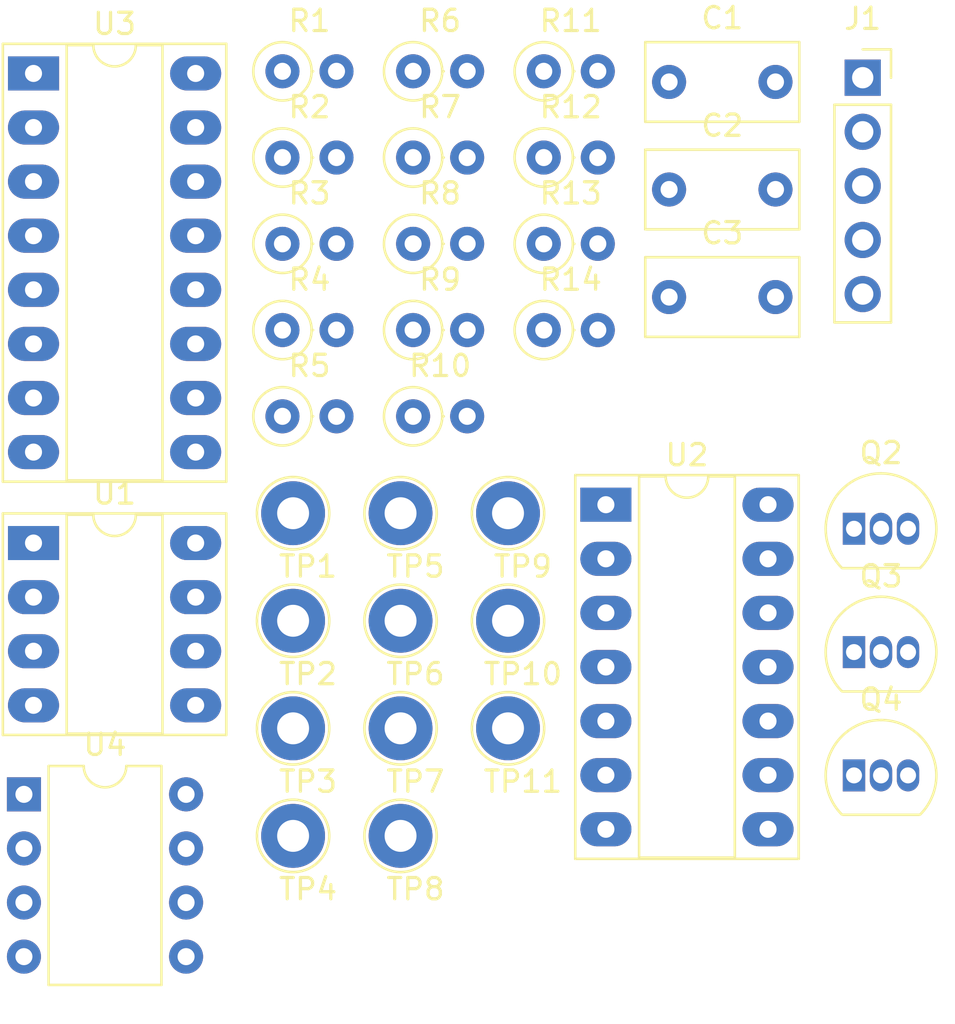
<source format=kicad_pcb>
(kicad_pcb (version 20221018) (generator pcbnew)
  (layers (0 "F.Cu" signal) (31 "B.Cu" signal) (34 "B.Paste" user) (35 "F.Paste" user) (36 "B.SilkS" user "B.Silkscreen") (37 "F.SilkS" user "F.Silkscreen") (38 "B.Mask" user) (39 "F.Mask" user) (44 "Edge.Cuts" user))
  (net 0 "")
  (net 1 "Net-(Q4-C)")
  (net 2 "GND")
  (net 3 "Net-(U4-THR)")
  (net 4 "Net-(U4-CV)")
  (net 5 "/C")
  (net 6 "/B")
  (net 7 "Net-(Q2-E)")
  (net 8 "Net-(Q3-C)")
  (net 9 "Net-(Q4-B)")
  (net 10 "Net-(U3-BIT_5)")
  (net 11 "+5V")
  (net 12 "Net-(U3-BIT_4)")
  (net 13 "Net-(U3-BIT_3)")
  (net 14 "Net-(U3-BIT_2)")
  (net 15 "Net-(U3-BIT_1)")
  (net 16 "Net-(U2B-CP)")
  (net 17 "Net-(U1A--)")
  (net 18 "Clock")
  (net 19 "Net-(U1B--)")
  (net 20 "Stair")
  (net 21 "Net-(U2A-Q0)")
  (net 22 "Net-(U2A-Q1)")
  (net 23 "Net-(U2A-Q2)")
  (net 24 "Net-(U2A-Q3)")
  (footprint "Resistor_THT:R_Axial_DIN0207_L6.3mm_D2.5mm_P2.54mm_Vertical" (layer "F.Cu") (at 145.715 85.275)
    (fp_text reference "R13" (at 1.27 -2.37) (layer "F.SilkS"))
    (fp_text value "220k")
    (fp_line (start 1.37 0) (end 1.44 0) (stroke (width 0.12)) (layer "F.SilkS"))
    (fp_circle (center 0 0) (end 1.37 0) (stroke (width 0.12)) (fill none) (layer "F.SilkS"))
    (pad "1" thru_hole circle (at 0 0) (size 1.6 1.6) (drill 0.8) (layers "*.Cu" "*.Mask") (net 11 "+5V"))
    (pad "2" thru_hole oval (at 2.54 0) (size 1.6 1.6) (drill 0.8) (layers "*.Cu" "*.Mask") (net 3 "Net-(U4-THR)"))
  )
  (footprint "Package_TO_SOT_THT:TO-92_Inline" (layer "F.Cu") (at 160.295 104.445)
    (fp_text reference "Q3" (at 1.27 -3.56) (layer "F.SilkS"))
    (fp_text value "2N3905")
    (fp_line (start -0.53 1.85) (end 3.07 1.85) (stroke (width 0.12)) (layer "F.SilkS"))
    (fp_arc (start -0.568478 1.838478) (mid -1.132087 -0.994977) (end 1.27 -2.6) (stroke (width 0.12)) (layer "F.SilkS"))
    (fp_arc (start 1.27 -2.6) (mid 3.672087 -0.994977) (end 3.108478 1.838478) (stroke (width 0.12)) (layer "F.SilkS"))
    (pad "1" thru_hole rect (at 0 0) (size 1.05 1.5) (drill 0.75) (layers "*.Cu" "*.Mask") (net 7 "Net-(Q2-E)"))
    (pad "2" thru_hole oval (at 1.27 0) (size 1.05 1.5) (drill 0.75) (layers "*.Cu" "*.Mask") (net 5 "/C"))
    (pad "3" thru_hole oval (at 2.54 0) (size 1.05 1.5) (drill 0.75) (layers "*.Cu" "*.Mask") (net 8 "Net-(Q3-C)"))
  )
  (footprint "Resistor_THT:R_Axial_DIN0207_L6.3mm_D2.5mm_P2.54mm_Vertical" (layer "F.Cu") (at 139.575 81.225)
    (fp_text reference "R7" (at 1.27 -2.37) (layer "F.SilkS"))
    (fp_text value "100k")
    (fp_line (start 1.37 0) (end 1.44 0) (stroke (width 0.12)) (layer "F.SilkS"))
    (fp_circle (center 0 0) (end 1.37 0) (stroke (width 0.12)) (fill none) (layer "F.SilkS"))
    (pad "1" thru_hole circle (at 0 0) (size 1.6 1.6) (drill 0.8) (layers "*.Cu" "*.Mask") (net 17 "Net-(U1A--)"))
    (pad "2" thru_hole oval (at 2.54 0) (size 1.6 1.6) (drill 0.8) (layers "*.Cu" "*.Mask") (net 6 "/B"))
  )
  (footprint "Resistor_THT:R_Axial_DIN0207_L6.3mm_D2.5mm_P2.54mm_Vertical" (layer "F.Cu") (at 145.715 77.175)
    (fp_text reference "R11" (at 1.27 -2.37) (layer "F.SilkS"))
    (fp_text value "10k")
    (fp_line (start 1.37 0) (end 1.44 0) (stroke (width 0.12)) (layer "F.SilkS"))
    (fp_circle (center 0 0) (end 1.37 0) (stroke (width 0.12)) (fill none) (layer "F.SilkS"))
    (pad "1" thru_hole circle (at 0 0) (size 1.6 1.6) (drill 0.8) (layers "*.Cu" "*.Mask") (net 7 "Net-(Q2-E)"))
    (pad "2" thru_hole oval (at 2.54 0) (size 1.6 1.6) (drill 0.8) (layers "*.Cu" "*.Mask") (net 19 "Net-(U1B--)"))
  )
  (footprint "Package_TO_SOT_THT:TO-92_Inline" (layer "F.Cu") (at 160.295 110.235)
    (fp_text reference "Q4" (at 1.27 -3.56) (layer "F.SilkS"))
    (fp_text value "PN2222A")
    (fp_line (start -0.53 1.85) (end 3.07 1.85) (stroke (width 0.12)) (layer "F.SilkS"))
    (fp_arc (start -0.568478 1.838478) (mid -1.132087 -0.994977) (end 1.27 -2.6) (stroke (width 0.12)) (layer "F.SilkS"))
    (fp_arc (start 1.27 -2.6) (mid 3.672087 -0.994977) (end 3.108478 1.838478) (stroke (width 0.12)) (layer "F.SilkS"))
    (pad "1" thru_hole rect (at 0 0) (size 1.05 1.5) (drill 0.75) (layers "*.Cu" "*.Mask") (net 2 "GND"))
    (pad "2" thru_hole oval (at 1.27 0) (size 1.05 1.5) (drill 0.75) (layers "*.Cu" "*.Mask") (net 9 "Net-(Q4-B)"))
    (pad "3" thru_hole oval (at 2.54 0) (size 1.05 1.5) (drill 0.75) (layers "*.Cu" "*.Mask") (net 1 "Net-(Q4-C)"))
  )
  (footprint "TestPoint:TestPoint_Loop_D2.54mm_Drill1.5mm_Beaded" (layer "F.Cu") (at 133.935 113.075)
    (fp_text reference "TP4" (at 0.7 2.5) (layer "F.SilkS"))
    (fp_text value "X")
    (fp_circle (center 0 0) (end 1.7 0) (stroke (width 0.12)) (fill none) (layer "F.SilkS"))
    (pad "1" thru_hole circle (at 0 0) (size 3 3) (drill 1.5) (layers "*.Cu" "*.Mask") (net 5 "/C"))
  )
  (footprint "Resistor_THT:R_Axial_DIN0207_L6.3mm_D2.5mm_P2.54mm_Vertical" (layer "F.Cu") (at 145.715 81.225)
    (fp_text reference "R12" (at 1.27 -2.37) (layer "F.SilkS"))
    (fp_text value "2k")
    (fp_line (start 1.37 0) (end 1.44 0) (stroke (width 0.12)) (layer "F.SilkS"))
    (fp_circle (center 0 0) (end 1.37 0) (stroke (width 0.12)) (fill none) (layer "F.SilkS"))
    (pad "1" thru_hole circle (at 0 0) (size 1.6 1.6) (drill 0.8) (layers "*.Cu" "*.Mask") (net 2 "GND"))
    (pad "2" thru_hole oval (at 2.54 0) (size 1.6 1.6) (drill 0.8) (layers "*.Cu" "*.Mask") (net 19 "Net-(U1B--)"))
  )
  (footprint "TestPoint:TestPoint_Loop_D2.54mm_Drill1.5mm_Beaded" (layer "F.Cu") (at 144.035 97.925)
    (fp_text reference "TP9" (at 0.7 2.5) (layer "F.SilkS"))
    (fp_text value "B1")
    (fp_circle (center 0 0) (end 1.7 0) (stroke (width 0.12)) (fill none) (layer "F.SilkS"))
    (pad "1" thru_hole circle (at 0 0) (size 3 3) (drill 1.5) (layers "*.Cu" "*.Mask") (net 22 "Net-(U2A-Q1)"))
  )
  (footprint "Package_TO_SOT_THT:TO-92_Inline" (layer "F.Cu") (at 160.295 98.655)
    (fp_text reference "Q2" (at 1.27 -3.56) (layer "F.SilkS"))
    (fp_text value "2N3905")
    (fp_line (start -0.53 1.85) (end 3.07 1.85) (stroke (width 0.12)) (layer "F.SilkS"))
    (fp_arc (start -0.568478 1.838478) (mid -1.132087 -0.994977) (end 1.27 -2.6) (stroke (width 0.12)) (layer "F.SilkS"))
    (fp_arc (start 1.27 -2.6) (mid 3.672087 -0.994977) (end 3.108478 1.838478) (stroke (width 0.12)) (layer "F.SilkS"))
    (pad "1" thru_hole rect (at 0 0) (size 1.05 1.5) (drill 0.75) (layers "*.Cu" "*.Mask") (net 7 "Net-(Q2-E)"))
    (pad "2" thru_hole oval (at 1.27 0) (size 1.05 1.5) (drill 0.75) (layers "*.Cu" "*.Mask") (net 5 "/C"))
    (pad "3" thru_hole oval (at 2.54 0) (size 1.05 1.5) (drill 0.75) (layers "*.Cu" "*.Mask") (net 5 "/C"))
  )
  (footprint "Resistor_THT:R_Axial_DIN0207_L6.3mm_D2.5mm_P2.54mm_Vertical" (layer "F.Cu") (at 139.575 93.375)
    (fp_text reference "R10" (at 1.27 -2.37) (layer "F.SilkS"))
    (fp_text value "100k")
    (fp_line (start 1.37 0) (end 1.44 0) (stroke (width 0.12)) (layer "F.SilkS"))
    (fp_circle (center 0 0) (end 1.37 0) (stroke (width 0.12)) (fill none) (layer "F.SilkS"))
    (pad "1" thru_hole circle (at 0 0) (size 1.6 1.6) (drill 0.8) (layers "*.Cu" "*.Mask") (net 11 "+5V"))
    (pad "2" thru_hole oval (at 2.54 0) (size 1.6 1.6) (drill 0.8) (layers "*.Cu" "*.Mask") (net 1 "Net-(Q4-C)"))
  )
  (footprint "Capacitor_THT:C_Rect_L7.0mm_W3.5mm_P5.00mm" (layer "F.Cu") (at 151.605 77.675)
    (fp_text reference "C1" (at 2.5 -3) (layer "F.SilkS"))
    (fp_text value "10nF")
    (fp_line (start -1.12 -1.87) (end -1.12 1.87) (stroke (width 0.12)) (layer "F.SilkS"))
    (fp_line (start -1.12 -1.87) (end 6.12 -1.87) (stroke (width 0.12)) (layer "F.SilkS"))
    (fp_line (start -1.12 1.87) (end 6.12 1.87) (stroke (width 0.12)) (layer "F.SilkS"))
    (fp_line (start 6.12 -1.87) (end 6.12 1.87) (stroke (width 0.12)) (layer "F.SilkS"))
    (pad "1" thru_hole circle (at 0 0) (size 1.6 1.6) (drill 0.8) (layers "*.Cu" "*.Mask") (net 1 "Net-(Q4-C)"))
    (pad "2" thru_hole circle (at 5 0) (size 1.6 1.6) (drill 0.8) (layers "*.Cu" "*.Mask") (net 2 "GND"))
  )
  (footprint "Resistor_THT:R_Axial_DIN0207_L6.3mm_D2.5mm_P2.54mm_Vertical" (layer "F.Cu") (at 133.435 81.225)
    (fp_text reference "R2" (at 1.27 -2.37) (layer "F.SilkS"))
    (fp_text value "2k2")
    (fp_line (start 1.37 0) (end 1.44 0) (stroke (width 0.12)) (layer "F.SilkS"))
    (fp_circle (center 0 0) (end 1.37 0) (stroke (width 0.12)) (fill none) (layer "F.SilkS"))
    (pad "1" thru_hole circle (at 0 0) (size 1.6 1.6) (drill 0.8) (layers "*.Cu" "*.Mask") (net 12 "Net-(U3-BIT_4)"))
    (pad "2" thru_hole oval (at 2.54 0) (size 1.6 1.6) (drill 0.8) (layers "*.Cu" "*.Mask") (net 11 "+5V"))
  )
  (footprint "Resistor_THT:R_Axial_DIN0207_L6.3mm_D2.5mm_P2.54mm_Vertical" (layer "F.Cu") (at 133.435 85.275)
    (fp_text reference "R3" (at 1.27 -2.37) (layer "F.SilkS"))
    (fp_text value "2k2")
    (fp_line (start 1.37 0) (end 1.44 0) (stroke (width 0.12)) (layer "F.SilkS"))
    (fp_circle (center 0 0) (end 1.37 0) (stroke (width 0.12)) (fill none) (layer "F.SilkS"))
    (pad "1" thru_hole circle (at 0 0) (size 1.6 1.6) (drill 0.8) (layers "*.Cu" "*.Mask") (net 13 "Net-(U3-BIT_3)"))
    (pad "2" thru_hole oval (at 2.54 0) (size 1.6 1.6) (drill 0.8) (layers "*.Cu" "*.Mask") (net 11 "+5V"))
  )
  (footprint "Capacitor_THT:C_Rect_L7.0mm_W3.5mm_P5.00mm" (layer "F.Cu") (at 151.605 82.725)
    (fp_text reference "C2" (at 2.5 -3) (layer "F.SilkS"))
    (fp_text value "10nF (103)")
    (fp_line (start -1.12 -1.87) (end -1.12 1.87) (stroke (width 0.12)) (layer "F.SilkS"))
    (fp_line (start -1.12 -1.87) (end 6.12 -1.87) (stroke (width 0.12)) (layer "F.SilkS"))
    (fp_line (start -1.12 1.87) (end 6.12 1.87) (stroke (width 0.12)) (layer "F.SilkS"))
    (fp_line (start 6.12 -1.87) (end 6.12 1.87) (stroke (width 0.12)) (layer "F.SilkS"))
    (pad "1" thru_hole circle (at 0 0) (size 1.6 1.6) (drill 0.8) (layers "*.Cu" "*.Mask") (net 3 "Net-(U4-THR)"))
    (pad "2" thru_hole circle (at 5 0) (size 1.6 1.6) (drill 0.8) (layers "*.Cu" "*.Mask") (net 2 "GND"))
  )
  (footprint "TestPoint:TestPoint_Loop_D2.54mm_Drill1.5mm_Beaded" (layer "F.Cu") (at 138.985 108.025)
    (fp_text reference "TP7" (at 0.7 2.5) (layer "F.SilkS"))
    (fp_text value "DAC")
    (fp_circle (center 0 0) (end 1.7 0) (stroke (width 0.12)) (fill none) (layer "F.SilkS"))
    (pad "1" thru_hole circle (at 0 0) (size 3 3) (drill 1.5) (layers "*.Cu" "*.Mask") (net 20 "Stair"))
  )
  (footprint "Package_DIP:DIP-8_W7.62mm" (layer "F.Cu") (at 121.285 111.125)
    (fp_text reference "U4" (at 3.81 -2.33) (layer "F.SilkS"))
    (fp_text value "NE555P")
    (fp_line (start 1.16 -1.33) (end 1.16 8.95) (stroke (width 0.12)) (layer "F.SilkS"))
    (fp_line (start 1.16 8.95) (end 6.46 8.95) (stroke (width 0.12)) (layer "F.SilkS"))
    (fp_line (start 2.81 -1.33) (end 1.16 -1.33) (stroke (width 0.12)) (layer "F.SilkS"))
    (fp_line (start 6.46 -1.33) (end 4.81 -1.33) (stroke (width 0.12)) (layer "F.SilkS"))
    (fp_line (start 6.46 8.95) (end 6.46 -1.33) (stroke (width 0.12)) (layer "F.SilkS"))
    (fp_arc (start 4.81 -1.33) (mid 3.81 -0.33) (end 2.81 -1.33) (stroke (width 0.12)) (layer "F.SilkS"))
    (pad "1" thru_hole rect (at 0 0) (size 1.6 1.6) (drill 0.8) (layers "*.Cu" "*.Mask") (net 2 "GND"))
    (pad "2" thru_hole oval (at 0 2.54) (size 1.6 1.6) (drill 0.8) (layers "*.Cu" "*.Mask") (net 3 "Net-(U4-THR)"))
    (pad "3" thru_hole oval (at 0 5.08) (size 1.6 1.6) (drill 0.8) (layers "*.Cu" "*.Mask") (net 18 "Clock"))
    (pad "4" thru_hole oval (at 0 7.62) (size 1.6 1.6) (drill 0.8) (layers "*.Cu" "*.Mask") (net 11 "+5V"))
    (pad "5" thru_hole oval (at 7.62 7.62) (size 1.6 1.6) (drill 0.8) (layers "*.Cu" "*.Mask") (net 4 "Net-(U4-CV)"))
    (pad "6" thru_hole oval (at 7.62 5.08) (size 1.6 1.6) (drill 0.8) (layers "*.Cu" "*.Mask") (net 3 "Net-(U4-THR)"))
    (pad "7" thru_hole oval (at 7.62 2.54) (size 1.6 1.6) (drill 0.8) (layers "*.Cu" "*.Mask"))
    (pad "8" thru_hole oval (at 7.62 0) (size 1.6 1.6) (drill 0.8) (layers "*.Cu" "*.Mask") (net 11 "+5V"))
  )
  (footprint "Resistor_THT:R_Axial_DIN0207_L6.3mm_D2.5mm_P2.54mm_Vertical" (layer "F.Cu") (at 139.575 77.175)
    (fp_text reference "R6" (at 1.27 -2.37) (layer "F.SilkS"))
    (fp_text value "2k2")
    (fp_line (start 1.37 0) (end 1.44 0) (stroke (width 0.12)) (layer "F.SilkS"))
    (fp_circle (center 0 0) (end 1.37 0) (stroke (width 0.12)) (fill none) (layer "F.SilkS"))
    (pad "1" thru_hole circle (at 0 0) (size 1.6 1.6) (drill 0.8) (layers "*.Cu" "*.Mask") (net 11 "+5V"))
    (pad "2" thru_hole oval (at 2.54 0) (size 1.6 1.6) (drill 0.8) (layers "*.Cu" "*.Mask") (net 16 "Net-(U2B-CP)"))
  )
  (footprint "Resistor_THT:R_Axial_DIN0207_L6.3mm_D2.5mm_P2.54mm_Vertical" (layer "F.Cu") (at 133.435 93.375)
    (fp_text reference "R5" (at 1.27 -2.37) (layer "F.SilkS"))
    (fp_text value "2k2")
    (fp_line (start 1.37 0) (end 1.44 0) (stroke (width 0.12)) (layer "F.SilkS"))
    (fp_circle (center 0 0) (end 1.37 0) (stroke (width 0.12)) (fill none) (layer "F.SilkS"))
    (pad "1" thru_hole circle (at 0 0) (size 1.6 1.6) (drill 0.8) (layers "*.Cu" "*.Mask") (net 15 "Net-(U3-BIT_1)"))
    (pad "2" thru_hole oval (at 2.54 0) (size 1.6 1.6) (drill 0.8) (layers "*.Cu" "*.Mask") (net 11 "+5V"))
  )
  (footprint "Package_DIP:DIP-14_W7.62mm_Socket_LongPads" (layer "F.Cu") (at 148.635 97.525)
    (fp_text reference "U2" (at 3.81 -2.33) (layer "F.SilkS"))
    (fp_text value "74LS393")
    (fp_line (start -1.44 -1.39) (end -1.44 16.63) (stroke (width 0.12)) (layer "F.SilkS"))
    (fp_line (start -1.44 16.63) (end 9.06 16.63) (stroke (width 0.12)) (layer "F.SilkS"))
    (fp_line (start 1.56 -1.33) (end 1.56 16.57) (stroke (width 0.12)) (layer "F.SilkS"))
    (fp_line (start 1.56 16.57) (end 6.06 16.57) (stroke (width 0.12)) (layer "F.SilkS"))
    (fp_line (start 2.81 -1.33) (end 1.56 -1.33) (stroke (width 0.12)) (layer "F.SilkS"))
    (fp_line (start 6.06 -1.33) (end 4.81 -1.33) (stroke (width 0.12)) (layer "F.SilkS"))
    (fp_line (start 6.06 16.57) (end 6.06 -1.33) (stroke (width 0.12)) (layer "F.SilkS"))
    (fp_line (start 9.06 -1.39) (end -1.44 -1.39) (stroke (width 0.12)) (layer "F.SilkS"))
    (fp_line (start 9.06 16.63) (end 9.06 -1.39) (stroke (width 0.12)) (layer "F.SilkS"))
    (fp_arc (start 4.81 -1.33) (mid 3.81 -0.33) (end 2.81 -1.33) (stroke (width 0.12)) (layer "F.SilkS"))
    (pad "1" thru_hole rect (at 0 0) (size 2.4 1.6) (drill 0.8) (layers "*.Cu" "*.Mask") (net 18 "Clock"))
    (pad "2" thru_hole oval (at 0 2.54) (size 2.4 1.6) (drill 0.8) (layers "*.Cu" "*.Mask") (net 2 "GND"))
    (pad "3" thru_hole oval (at 0 5.08) (size 2.4 1.6) (drill 0.8) (layers "*.Cu" "*.Mask") (net 21 "Net-(U2A-Q0)"))
    (pad "4" thru_hole oval (at 0 7.62) (size 2.4 1.6) (drill 0.8) (layers "*.Cu" "*.Mask") (net 22 "Net-(U2A-Q1)"))
    (pad "5" thru_hole oval (at 0 10.16) (size 2.4 1.6) (drill 0.8) (layers "*.Cu" "*.Mask") (net 23 "Net-(U2A-Q2)"))
    (pad "6" thru_hole oval (at 0 12.7) (size 2.4 1.6) (drill 0.8) (layers "*.Cu" "*.Mask") (net 24 "Net-(U2A-Q3)"))
    (pad "7" thru_hole oval (at 0 15.24) (size 2.4 1.6) (drill 0.8) (layers "*.Cu" "*.Mask") (net 2 "GND"))
    (pad "8" thru_hole oval (at 7.62 15.24) (size 2.4 1.6) (drill 0.8) (layers "*.Cu" "*.Mask"))
    (pad "9" thru_hole oval (at 7.62 12.7) (size 2.4 1.6) (drill 0.8) (layers "*.Cu" "*.Mask"))
    (pad "10" thru_hole oval (at 7.62 10.16) (size 2.4 1.6) (drill 0.8) (layers "*.Cu" "*.Mask"))
    (pad "11" thru_hole oval (at 7.62 7.62) (size 2.4 1.6) (drill 0.8) (layers "*.Cu" "*.Mask"))
    (pad "12" thru_hole oval (at 7.62 5.08) (size 2.4 1.6) (drill 0.8) (layers "*.Cu" "*.Mask") (net 2 "GND"))
    (pad "13" thru_hole oval (at 7.62 2.54) (size 2.4 1.6) (drill 0.8) (layers "*.Cu" "*.Mask") (net 16 "Net-(U2B-CP)"))
    (pad "14" thru_hole oval (at 7.62 0) (size 2.4 1.6) (drill 0.8) (layers "*.Cu" "*.Mask") (net 11 "+5V"))
  )
  (footprint "Capacitor_THT:C_Rect_L7.0mm_W3.5mm_P5.00mm" (layer "F.Cu") (at 151.605 87.775)
    (fp_text reference "C3" (at 2.5 -3) (layer "F.SilkS"))
    (fp_text value "100nF (104)")
    (fp_line (start -1.12 -1.87) (end -1.12 1.87) (stroke (width 0.12)) (layer "F.SilkS"))
    (fp_line (start -1.12 -1.87) (end 6.12 -1.87) (stroke (width 0.12)) (layer "F.SilkS"))
    (fp_line (start -1.12 1.87) (end 6.12 1.87) (stroke (width 0.12)) (layer "F.SilkS"))
    (fp_line (start 6.12 -1.87) (end 6.12 1.87) (stroke (width 0.12)) (layer "F.SilkS"))
    (pad "1" thru_hole circle (at 0 0) (size 1.6 1.6) (drill 0.8) (layers "*.Cu" "*.Mask") (net 4 "Net-(U4-CV)"))
    (pad "2" thru_hole circle (at 5 0) (size 1.6 1.6) (drill 0.8) (layers "*.Cu" "*.Mask") (net 2 "GND"))
  )
  (footprint "TestPoint:TestPoint_Loop_D2.54mm_Drill1.5mm_Beaded" (layer "F.Cu") (at 138.985 97.925)
    (fp_text reference "TP5" (at 0.7 2.5) (layer "F.SilkS"))
    (fp_text value "Y")
    (fp_circle (center 0 0) (end 1.7 0) (stroke (width 0.12)) (fill none) (layer "F.SilkS"))
    (pad "1" thru_hole circle (at 0 0) (size 3 3) (drill 1.5) (layers "*.Cu" "*.Mask") (net 8 "Net-(Q3-C)"))
  )
  (footprint "Package_DIP:DIP-16_W7.62mm_Socket_LongPads" (layer "F.Cu") (at 121.735 77.275)
    (fp_text reference "U3" (at 3.81 -2.33) (layer "F.SilkS"))
    (fp_text value "AD557")
    (fp_line (start -1.44 -1.39) (end -1.44 19.17) (stroke (width 0.12)) (layer "F.SilkS"))
    (fp_line (start -1.44 19.17) (end 9.06 19.17) (stroke (width 0.12)) (layer "F.SilkS"))
    (fp_line (start 1.56 -1.33) (end 1.56 19.11) (stroke (width 0.12)) (layer "F.SilkS"))
    (fp_line (start 1.56 19.11) (end 6.06 19.11) (stroke (width 0.12)) (layer "F.SilkS"))
    (fp_line (start 2.81 -1.33) (end 1.56 -1.33) (stroke (width 0.12)) (layer "F.SilkS"))
    (fp_line (start 6.06 -1.33) (end 4.81 -1.33) (stroke (width 0.12)) (layer "F.SilkS"))
    (fp_line (start 6.06 19.11) (end 6.06 -1.33) (stroke (width 0.12)) (layer "F.SilkS"))
    (fp_line (start 9.06 -1.39) (end -1.44 -1.39) (stroke (width 0.12)) (layer "F.SilkS"))
    (fp_line (start 9.06 19.17) (end 9.06 -1.39) (stroke (width 0.12)) (layer "F.SilkS"))
    (fp_arc (start 4.81 -1.33) (mid 3.81 -0.33) (end 2.81 -1.33) (stroke (width 0.12)) (layer "F.SilkS"))
    (pad "1" thru_hole rect (at 0 0) (size 2.4 1.6) (drill 0.8) (layers "*.Cu" "*.Mask") (net 23 "Net-(U2A-Q2)"))
    (pad "2" thru_hole oval (at 0 2.54) (size 2.4 1.6) (drill 0.8) (layers "*.Cu" "*.Mask") (net 22 "Net-(U2A-Q1)"))
    (pad "3" thru_hole oval (at 0 5.08) (size 2.4 1.6) (drill 0.8) (layers "*.Cu" "*.Mask") (net 21 "Net-(U2A-Q0)"))
    (pad "4" thru_hole oval (at 0 7.62) (size 2.4 1.6) (drill 0.8) (layers "*.Cu" "*.Mask") (net 10 "Net-(U3-BIT_5)"))
    (pad "5" thru_hole oval (at 0 10.16) (size 2.4 1.6) (drill 0.8) (layers "*.Cu" "*.Mask") (net 12 "Net-(U3-BIT_4)"))
    (pad "6" thru_hole oval (at 0 12.7) (size 2.4 1.6) (drill 0.8) (layers "*.Cu" "*.Mask") (net 13 "Net-(U3-BIT_3)"))
    (pad "7" thru_hole oval (at 0 15.24) (size 2.4 1.6) (drill 0.8) (layers "*.Cu" "*.Mask") (net 14 "Net-(U3-BIT_2)"))
    (pad "8" thru_hole oval (at 0 17.78) (size 2.4 1.6) (drill 0.8) (layers "*.Cu" "*.Mask") (net 15 "Net-(U3-BIT_1)"))
    (pad "9" thru_hole oval (at 7.62 17.78) (size 2.4 1.6) (drill 0.8) (layers "*.Cu" "*.Mask") (net 2 "GND"))
    (pad "10" thru_hole oval (at 7.62 15.24) (size 2.4 1.6) (drill 0.8) (layers "*.Cu" "*.Mask") (net 2 "GND"))
    (pad "11" thru_hole oval (at 7.62 12.7) (size 2.4 1.6) (drill 0.8) (layers "*.Cu" "*.Mask") (net 11 "+5V"))
    (pad "12" thru_hole oval (at 7.62 10.16) (size 2.4 1.6) (drill 0.8) (layers "*.Cu" "*.Mask") (net 2 "GND"))
    (pad "13" thru_hole oval (at 7.62 7.62) (size 2.4 1.6) (drill 0.8) (layers "*.Cu" "*.Mask") (net 2 "GND"))
    (pad "14" thru_hole oval (at 7.62 5.08) (size 2.4 1.6) (drill 0.8) (layers "*.Cu" "*.Mask") (net 20 "Stair"))
    (pad "15" thru_hole oval (at 7.62 2.54) (size 2.4 1.6) (drill 0.8) (layers "*.Cu" "*.Mask") (net 20 "Stair"))
    (pad "16" thru_hole oval (at 7.62 0) (size 2.4 1.6) (drill 0.8) (layers "*.Cu" "*.Mask") (net 20 "Stair"))
  )
  (footprint "TestPoint:TestPoint_Loop_D2.54mm_Drill1.5mm_Beaded" (layer "F.Cu") (at 144.035 102.975)
    (fp_text reference "TP10" (at 0.7 2.5) (layer "F.SilkS"))
    (fp_text value "B2")
    (fp_circle (center 0 0) (end 1.7 0) (stroke (width 0.12)) (fill none) (layer "F.SilkS"))
    (pad "1" thru_hole circle (at 0 0) (size 3 3) (drill 1.5) (layers "*.Cu" "*.Mask") (net 23 "Net-(U2A-Q2)"))
  )
  (footprint "Resistor_THT:R_Axial_DIN0207_L6.3mm_D2.5mm_P2.54mm_Vertical" (layer "F.Cu") (at 145.715 89.325)
    (fp_text reference "R14" (at 1.27 -2.37) (layer "F.SilkS"))
    (fp_text value "47k")
    (fp_line (start 1.37 0) (end 1.44 0) (stroke (width 0.12)) (layer "F.SilkS"))
    (fp_circle (center 0 0) (end 1.37 0) (stroke (width 0.12)) (fill none) (layer "F.SilkS"))
    (pad "1" thru_hole circle (at 0 0) (size 1.6 1.6) (drill 0.8) (layers "*.Cu" "*.Mask") (net 3 "Net-(U4-THR)"))
    (pad "2" thru_hole oval (at 2.54 0) (size 1.6 1.6) (drill 0.8) (layers "*.Cu" "*.Mask") (net 18 "Clock"))
  )
  (footprint "TestPoint:TestPoint_Loop_D2.54mm_Drill1.5mm_Beaded" (layer "F.Cu") (at 138.985 102.975)
    (fp_text reference "TP6" (at 0.7 2.5) (layer "F.SilkS"))
    (fp_text value "Clk")
    (fp_circle (center 0 0) (end 1.7 0) (stroke (width 0.12)) (fill none) (layer "F.SilkS"))
    (pad "1" thru_hole circle (at 0 0) (size 3 3) (drill 1.5) (layers "*.Cu" "*.Mask") (net 18 "Clock"))
  )
  (footprint "Resistor_THT:R_Axial_DIN0207_L6.3mm_D2.5mm_P2.54mm_Vertical" (layer "F.Cu") (at 139.575 89.325)
    (fp_text reference "R9" (at 1.27 -2.37) (layer "F.SilkS"))
    (fp_text value "3k9")
    (fp_line (start 1.37 0) (end 1.44 0) (stroke (width 0.12)) (layer "F.SilkS"))
    (fp_circle (center 0 0) (end 1.37 0) (stroke (width 0.12)) (fill none) (layer "F.SilkS"))
    (pad "1" thru_hole circle (at 0 0) (size 1.6 1.6) (drill 0.8) (layers "*.Cu" "*.Mask") (net 9 "Net-(Q4-B)"))
    (pad "2" thru_hole oval (at 2.54 0) (size 1.6 1.6) (drill 0.8) (layers "*.Cu" "*.Mask") (net 18 "Clock"))
  )
  (footprint "TestPoint:TestPoint_Loop_D2.54mm_Drill1.5mm_Beaded" (layer "F.Cu") (at 144.035 108.025)
    (fp_text reference "TP11" (at 0.7 2.5) (layer "F.SilkS"))
    (fp_text value "B3")
    (fp_circle (center 0 0) (end 1.7 0) (stroke (width 0.12)) (fill none) (layer "F.SilkS"))
    (pad "1" thru_hole circle (at 0 0) (size 3 3) (drill 1.5) (layers "*.Cu" "*.Mask") (net 24 "Net-(U2A-Q3)"))
  )
  (footprint "Resistor_THT:R_Axial_DIN0207_L6.3mm_D2.5mm_P2.54mm_Vertical" (layer "F.Cu") (at 133.435 77.175)
    (fp_text reference "R1" (at 1.27 -2.37) (layer "F.SilkS"))
    (fp_text value "2k2")
    (fp_line (start 1.37 0) (end 1.44 0) (stroke (width 0.12)) (layer "F.SilkS"))
    (fp_circle (center 0 0) (end 1.37 0) (stroke (width 0.12)) (fill none) (layer "F.SilkS"))
    (pad "1" thru_hole circle (at 0 0) (size 1.6 1.6) (drill 0.8) (layers "*.Cu" "*.Mask") (net 10 "Net-(U3-BIT_5)"))
    (pad "2" thru_hole oval (at 2.54 0) (size 1.6 1.6) (drill 0.8) (layers "*.Cu" "*.Mask") (net 11 "+5V"))
  )
  (footprint "Package_DIP:DIP-8_W7.62mm_Socket_LongPads" (layer "F.Cu") (at 121.735 99.325)
    (fp_text reference "U1" (at 3.81 -2.33) (layer "F.SilkS"))
    (fp_text value "LM358")
    (fp_line (start -1.44 -1.39) (end -1.44 9.01) (stroke (width 0.12)) (layer "F.SilkS"))
    (fp_line (start -1.44 9.01) (end 9.06 9.01) (stroke (width 0.12)) (layer "F.SilkS"))
    (fp_line (start 1.56 -1.33) (end 1.56 8.95) (stroke (width 0.12)) (layer "F.SilkS"))
    (fp_line (start 1.56 8.95) (end 6.06 8.95) (stroke (width 0.12)) (layer "F.SilkS"))
    (fp_line (start 2.81 -1.33) (end 1.56 -1.33) (stroke (width 0.12)) (layer "F.SilkS"))
    (fp_line (start 6.06 -1.33) (end 4.81 -1.33) (stroke (width 0.12)) (layer "F.SilkS"))
    (fp_line (start 6.06 8.95) (end 6.06 -1.33) (stroke (width 0.12)) (layer "F.SilkS"))
    (fp_line (start 9.06 -1.39) (end -1.44 -1.39) (stroke (width 0.12)) (layer "F.SilkS"))
    (fp_line (start 9.06 9.01) (end 9.06 -1.39) (stroke (width 0.12)) (layer "F.SilkS"))
    (fp_arc (start 4.81 -1.33) (mid 3.81 -0.33) (end 2.81 -1.33) (stroke (width 0.12)) (layer "F.SilkS"))
    (pad "1" thru_hole rect (at 0 0) (size 2.4 1.6) (drill 0.8) (layers "*.Cu" "*.Mask") (net 17 "Net-(U1A--)"))
    (pad "2" thru_hole oval (at 0 2.54) (size 2.4 1.6) (drill 0.8) (layers "*.Cu" "*.Mask") (net 17 "Net-(U1A--)"))
    (pad "3" thru_hole oval (at 0 5.08) (size 2.4 1.6) (drill 0.8) (layers "*.Cu" "*.Mask") (net 20 "Stair"))
    (pad "4" thru_hole oval (at 0 7.62) (size 2.4 1.6) (drill 0.8) (layers "*.Cu" "*.Mask") (net 2 "GND"))
    (pad "5" thru_hole oval (at 7.62 7.62) (size 2.4 1.6) (drill 0.8) (layers "*.Cu" "*.Mask") (net 1 "Net-(Q4-C)"))
    (pad "6" thru_hole oval (at 7.62 5.08) (size 2.4 1.6) (drill 0.8) (layers "*.Cu" "*.Mask") (net 19 "Net-(U1B--)"))
    (pad "7" thru_hole oval (at 7.62 2.54) (size 2.4 1.6) (drill 0.8) (layers "*.Cu" "*.Mask") (net 7 "Net-(Q2-E)"))
    (pad "8" thru_hole oval (at 7.62 0) (size 2.4 1.6) (drill 0.8) (layers "*.Cu" "*.Mask") (net 11 "+5V"))
  )
  (footprint "TestPoint:TestPoint_Loop_D2.54mm_Drill1.5mm_Beaded" (layer "F.Cu") (at 133.935 102.975)
    (fp_text reference "TP2" (at 0.7 2.5) (layer "F.SilkS"))
    (fp_text value "B")
    (fp_circle (center 0 0) (end 1.7 0) (stroke (width 0.12)) (fill none) (layer "F.SilkS"))
    (pad "1" thru_hole circle (at 0 0) (size 3 3) (drill 1.5) (layers "*.Cu" "*.Mask") (net 6 "/B"))
  )
  (footprint "TestPoint:TestPoint_Loop_D2.54mm_Drill1.5mm_Beaded" (layer "F.Cu") (at 138.985 113.075)
    (fp_text reference "TP8" (at 0.7 2.5) (layer "F.SilkS"))
    (fp_text value "B0")
    (fp_circle (center 0 0) (end 1.7 0) (stroke (width 0.12)) (fill none) (layer "F.SilkS"))
    (pad "1" thru_hole circle (at 0 0) (size 3 3) (drill 1.5) (layers "*.Cu" "*.Mask") (net 21 "Net-(U2A-Q0)"))
  )
  (footprint "Resistor_THT:R_Axial_DIN0207_L6.3mm_D2.5mm_P2.54mm_Vertical" (layer "F.Cu") (at 139.575 85.275)
    (fp_text reference "R8" (at 1.27 -2.37) (layer "F.SilkS"))
    (fp_text value "270")
    (fp_line (start 1.37 0) (end 1.44 0) (stroke (width 0.12)) (layer "F.SilkS"))
    (fp_circle (center 0 0) (end 1.37 0) (stroke (width 0.12)) (fill none) (layer "F.SilkS"))
    (pad "1" thru_hole circle (at 0 0) (size 1.6 1.6) (drill 0.8) (layers "*.Cu" "*.Mask") (net 2 "GND"))
    (pad "2" thru_hole oval (at 2.54 0) (size 1.6 1.6) (drill 0.8) (layers "*.Cu" "*.Mask") (net 8 "Net-(Q3-C)"))
  )
  (footprint "Resistor_THT:R_Axial_DIN0207_L6.3mm_D2.5mm_P2.54mm_Vertical" (layer "F.Cu") (at 133.435 89.325)
    (fp_text reference "R4" (at 1.27 -2.37) (layer "F.SilkS"))
    (fp_text value "2k2")
    (fp_line (start 1.37 0) (end 1.44 0) (stroke (width 0.12)) (layer "F.SilkS"))
    (fp_circle (center 0 0) (end 1.37 0) (stroke (width 0.12)) (fill none) (layer "F.SilkS"))
    (pad "1" thru_hole circle (at 0 0) (size 1.6 1.6) (drill 0.8) (layers "*.Cu" "*.Mask") (net 14 "Net-(U3-BIT_2)"))
    (pad "2" thru_hole oval (at 2.54 0) (size 1.6 1.6) (drill 0.8) (layers "*.Cu" "*.Mask") (net 11 "+5V"))
  )
  (footprint "TestPoint:TestPoint_Loop_D2.54mm_Drill1.5mm_Beaded" (layer "F.Cu") (at 133.935 97.925)
    (fp_text reference "TP1" (at 0.7 2.5) (layer "F.SilkS"))
    (fp_text value "C")
    (fp_circle (center 0 0) (end 1.7 0) (stroke (width 0.12)) (fill none) (layer "F.SilkS"))
    (pad "1" thru_hole circle (at 0 0) (size 3 3) (drill 1.5) (layers "*.Cu" "*.Mask") (net 5 "/C"))
  )
  (footprint "Connector_PinSocket_2.54mm:PinSocket_1x05_P2.54mm_Vertical" (layer "F.Cu") (at 160.705 77.475)
    (fp_text reference "J1" (at 0 -2.77) (layer "F.SilkS"))
    (fp_text value "DUT")
    (fp_line (start -1.33 1.27) (end -1.33 11.49) (stroke (width 0.12)) (layer "F.SilkS"))
    (fp_line (start -1.33 1.27) (end 1.33 1.27) (stroke (width 0.12)) (layer "F.SilkS"))
    (fp_line (start -1.33 11.49) (end 1.33 11.49) (stroke (width 0.12)) (layer "F.SilkS"))
    (fp_line (start 0 -1.33) (end 1.33 -1.33) (stroke (width 0.12)) (layer "F.SilkS"))
    (fp_line (start 1.33 -1.33) (end 1.33 0) (stroke (width 0.12)) (layer "F.SilkS"))
    (fp_line (start 1.33 1.27) (end 1.33 11.49) (stroke (width 0.12)) (layer "F.SilkS"))
    (pad "1" thru_hole rect (at 0 0) (size 1.7 1.7) (drill 1) (layers "*.Cu" "*.Mask") (net 5 "/C"))
    (pad "2" thru_hole oval (at 0 2.54) (size 1.7 1.7) (drill 1) (layers "*.Cu" "*.Mask") (net 2 "GND"))
    (pad "3" thru_hole oval (at 0 5.08) (size 1.7 1.7) (drill 1) (layers "*.Cu" "*.Mask") (net 6 "/B"))
    (pad "4" thru_hole oval (at 0 7.62) (size 1.7 1.7) (drill 1) (layers "*.Cu" "*.Mask") (net 5 "/C"))
    (pad "5" thru_hole oval (at 0 10.16) (size 1.7 1.7) (drill 1) (layers "*.Cu" "*.Mask") (net 2 "GND"))
  )
  (footprint "TestPoint:TestPoint_Loop_D2.54mm_Drill1.5mm_Beaded" (layer "F.Cu") (at 133.935 108.025)
    (fp_text reference "TP3" (at 0.7 2.5) (layer "F.SilkS"))
    (fp_text value "E")
    (fp_circle (center 0 0) (end 1.7 0) (stroke (width 0.12)) (fill none) (layer "F.SilkS"))
    (pad "1" thru_hole circle (at 0 0) (size 3 3) (drill 1.5) (layers "*.Cu" "*.Mask") (net 2 "GND"))
  )
)
</source>
